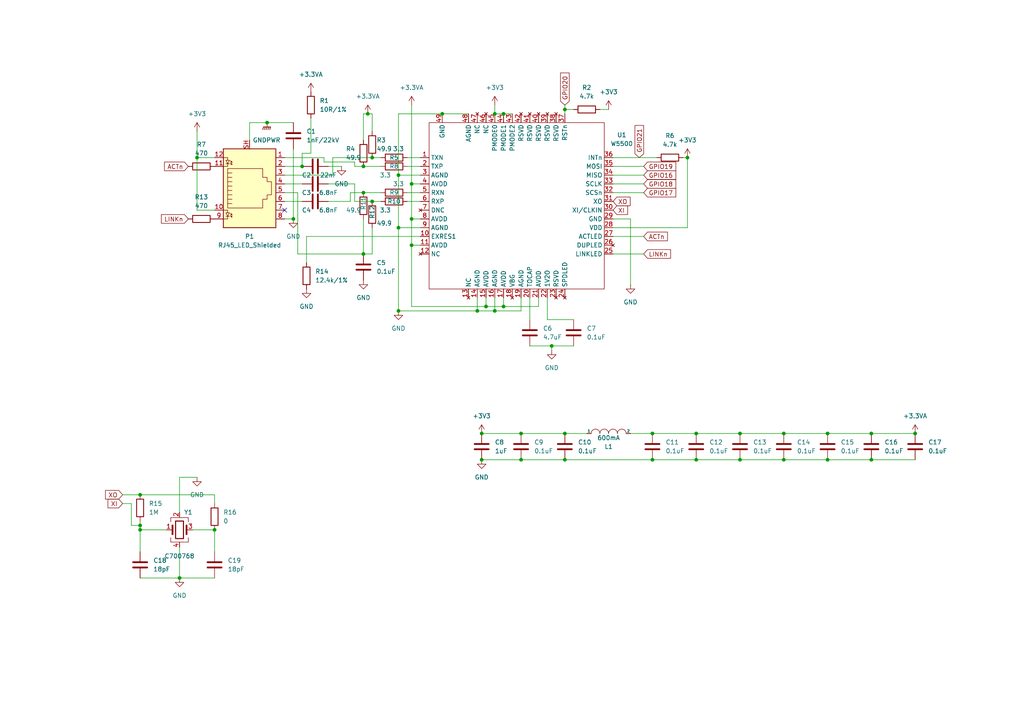
<source format=kicad_sch>
(kicad_sch (version 20211123) (generator eeschema)
  (paper "A4")
  (lib_symbols
    (symbol "01-rickbassham:W5500"
      (property "Reference" "U" (at -39.37 29.21 0))
      (property "Value" "W5500" (at -36.83 31.75 0))
      (symbol "W5500_0_1"
        (rectangle (start -25.4 24.13) (end 25.4 -24.13))
      )
      (symbol "W5500_1_1"
        (pin output line (at -27.94 13.97 0) (length 2.54) (name "TXN") (number "1"))
        (pin output line (at -27.94 -8.89 0) (length 2.54) (name "EXRES1") (number "10"))
        (pin output line (at -27.94 -11.43 0) (length 2.54) (name "AVDD") (number "11"))
        (pin no_connect line (at -27.94 -13.97 0) (length 2.54) (name "NC") (number "12"))
        (pin no_connect line (at -13.97 -26.67 90) (length 2.54) (name "NC") (number "13"))
        (pin output line (at -11.43 -26.67 90) (length 2.54) (name "AGND") (number "14"))
        (pin output line (at -8.89 -26.67 90) (length 2.54) (name "AVDD") (number "15"))
        (pin output line (at -6.35 -26.67 90) (length 2.54) (name "AGND") (number "16"))
        (pin output line (at -3.81 -26.67 90) (length 2.54) (name "AVDD") (number "17"))
        (pin no_connect line (at -1.27 -26.67 90) (length 2.54) (name "VBG") (number "18"))
        (pin output line (at 1.27 -26.67 90) (length 2.54) (name "AGND") (number "19"))
        (pin output line (at -27.94 11.43 0) (length 2.54) (name "TXP") (number "2"))
        (pin output line (at 3.81 -26.67 90) (length 2.54) (name "TOCAP") (number "20"))
        (pin output line (at 6.35 -26.67 90) (length 2.54) (name "AVDD") (number "21"))
        (pin output line (at 8.89 -26.67 90) (length 2.54) (name "1V2O") (number "22"))
        (pin no_connect line (at 11.43 -26.67 90) (length 2.54) (name "RSVD") (number "23"))
        (pin no_connect line (at 13.97 -26.67 90) (length 2.54) (name "SPDLED") (number "24"))
        (pin output line (at 27.94 -13.97 180) (length 2.54) (name "LINKLED") (number "25"))
        (pin no_connect line (at 27.94 -11.43 180) (length 2.54) (name "DUPLED") (number "26"))
        (pin output line (at 27.94 -8.89 180) (length 2.54) (name "ACTLED") (number "27"))
        (pin output line (at 27.94 -6.35 180) (length 2.54) (name "VDD") (number "28"))
        (pin output line (at 27.94 -3.81 180) (length 2.54) (name "GND") (number "29"))
        (pin output line (at -27.94 8.89 0) (length 2.54) (name "AGND") (number "3"))
        (pin output line (at 27.94 -1.27 180) (length 2.54) (name "XI/CLKIN") (number "30"))
        (pin output line (at 27.94 1.27 180) (length 2.54) (name "XO") (number "31"))
        (pin output line (at 27.94 3.81 180) (length 2.54) (name "SCSn") (number "32"))
        (pin output line (at 27.94 6.35 180) (length 2.54) (name "SCLK") (number "33"))
        (pin output line (at 27.94 8.89 180) (length 2.54) (name "MISO") (number "34"))
        (pin output line (at 27.94 11.43 180) (length 2.54) (name "MOSI") (number "35"))
        (pin output line (at 27.94 13.97 180) (length 2.54) (name "INTn") (number "36"))
        (pin output line (at 13.97 26.67 270) (length 2.54) (name "RSTn") (number "37"))
        (pin no_connect line (at 11.43 26.67 270) (length 2.54) (name "RSVD") (number "38"))
        (pin no_connect line (at 8.89 26.67 270) (length 2.54) (name "RSVD") (number "39"))
        (pin output line (at -27.94 6.35 0) (length 2.54) (name "AVDD") (number "4"))
        (pin no_connect line (at 6.35 26.67 270) (length 2.54) (name "RSVD") (number "40"))
        (pin no_connect line (at 3.81 26.67 270) (length 2.54) (name "RSVD") (number "41"))
        (pin no_connect line (at 1.27 26.67 270) (length 2.54) (name "RSVD") (number "42"))
        (pin output line (at -1.27 26.67 270) (length 2.54) (name "PMODE2") (number "43"))
        (pin output line (at -3.81 26.67 270) (length 2.54) (name "PMODE1") (number "44"))
        (pin output line (at -6.35 26.67 270) (length 2.54) (name "PMODE0") (number "45"))
        (pin no_connect line (at -8.89 26.67 270) (length 2.54) (name "NC") (number "46"))
        (pin no_connect line (at -11.43 26.67 270) (length 2.54) (name "NC") (number "47"))
        (pin output line (at -13.97 26.67 270) (length 2.54) (name "AGND") (number "48"))
        (pin output line (at -21.59 26.67 270) (length 2.54) (name "GND") (number "49"))
        (pin output line (at -27.94 3.81 0) (length 2.54) (name "RXN") (number "5"))
        (pin output line (at -27.94 1.27 0) (length 2.54) (name "RXP") (number "6"))
        (pin no_connect line (at -27.94 -1.27 0) (length 2.54) (name "DNC") (number "7"))
        (pin output line (at -27.94 -3.81 0) (length 2.54) (name "AVDD") (number "8"))
        (pin output line (at -27.94 -6.35 0) (length 2.54) (name "AGND") (number "9"))
      )
    )
    (symbol "Connector:RJ45_LED_Shielded" (pin_names (offset 1.016))
      (property "Reference" "J" (at -5.08 13.97 0))
      (property "Value" "RJ45_LED_Shielded" (at 1.27 13.97 0))
      (symbol "RJ45_LED_Shielded_0_1"
        (polyline (pts (xy -7.62 -7.62) (xy -6.35 -7.62)))
        (polyline (pts (xy -7.62 -5.08) (xy -6.35 -5.08)))
        (polyline (pts (xy -7.62 7.62) (xy -6.35 7.62)))
        (polyline (pts (xy -7.62 10.16) (xy -6.35 10.16)))
        (polyline (pts (xy -6.858 -5.842) (xy -5.842 -5.842)))
        (polyline (pts (xy -6.858 9.398) (xy -5.842 9.398)))
        (polyline (pts (xy -6.35 -7.62) (xy -6.35 -6.858)))
        (polyline (pts (xy -6.35 -5.08) (xy -6.35 -5.842)))
        (polyline (pts (xy -6.35 7.62) (xy -6.35 8.382)))
        (polyline (pts (xy -6.35 10.16) (xy -6.35 9.398)))
        (polyline (pts (xy -5.08 -6.223) (xy -5.207 -6.604)))
        (polyline (pts (xy -5.08 -5.588) (xy -5.207 -5.969)))
        (polyline (pts (xy -5.08 4.445) (xy -6.35 4.445)))
        (polyline (pts (xy -5.08 5.715) (xy -6.35 5.715)))
        (polyline (pts (xy -5.08 9.017) (xy -5.207 8.636)))
        (polyline (pts (xy -5.08 9.652) (xy -5.207 9.271)))
        (polyline (pts (xy -6.35 -3.175) (xy -5.08 -3.175) (xy -5.08 -3.175)))
        (polyline (pts (xy -6.35 -1.905) (xy -5.08 -1.905) (xy -5.08 -1.905)))
        (polyline (pts (xy -6.35 -0.635) (xy -5.08 -0.635) (xy -5.08 -0.635)))
        (polyline (pts (xy -6.35 0.635) (xy -5.08 0.635) (xy -5.08 0.635)))
        (polyline (pts (xy -6.35 1.905) (xy -5.08 1.905) (xy -5.08 1.905)))
        (polyline (pts (xy -5.588 -6.731) (xy -5.08 -6.223) (xy -5.461 -6.35)))
        (polyline (pts (xy -5.588 -6.096) (xy -5.08 -5.588) (xy -5.461 -5.715)))
        (polyline (pts (xy -5.588 8.509) (xy -5.08 9.017) (xy -5.461 8.89)))
        (polyline (pts (xy -5.588 9.144) (xy -5.08 9.652) (xy -5.461 9.525)))
        (polyline (pts (xy -5.08 3.175) (xy -6.35 3.175) (xy -6.35 3.175)))
        (polyline (pts (xy -6.35 -5.842) (xy -6.858 -6.858) (xy -5.842 -6.858) (xy -6.35 -5.842)))
        (polyline (pts (xy -6.35 9.398) (xy -6.858 8.382) (xy -5.842 8.382) (xy -6.35 9.398)))
        (polyline (pts (xy -6.35 -4.445) (xy -6.35 6.985) (xy 3.81 6.985) (xy 3.81 4.445) (xy 5.08 4.445) (xy 5.08 3.175) (xy 6.35 3.175) (xy 6.35 -0.635) (xy 5.08 -0.635) (xy 5.08 -1.905) (xy 3.81 -1.905) (xy 3.81 -4.445) (xy -6.35 -4.445) (xy -6.35 -4.445)))
        (rectangle (start 7.62 12.7) (end -7.62 -10.16) (stroke (width 0.254)) (fill (type background)))
      )
      (symbol "RJ45_LED_Shielded_1_1"
        (pin passive line (at 10.16 -7.62 180) (length 2.54) (name "~") (number "1"))
        (pin passive line (at -10.16 7.62 0) (length 2.54) (name "~") (number "10"))
        (pin passive line (at -10.16 -5.08 0) (length 2.54) (name "~") (number "11"))
        (pin passive line (at -10.16 -7.62 0) (length 2.54) (name "~") (number "12"))
        (pin passive line (at 10.16 -5.08 180) (length 2.54) (name "~") (number "2"))
        (pin passive line (at 10.16 -2.54 180) (length 2.54) (name "~") (number "3"))
        (pin passive line (at 10.16 0 180) (length 2.54) (name "~") (number "4"))
        (pin passive line (at 10.16 2.54 180) (length 2.54) (name "~") (number "5"))
        (pin passive line (at 10.16 5.08 180) (length 2.54) (name "~") (number "6"))
        (pin passive line (at 10.16 7.62 180) (length 2.54) (name "~") (number "7"))
        (pin passive line (at 10.16 10.16 180) (length 2.54) (name "~") (number "8"))
        (pin passive line (at -10.16 10.16 0) (length 2.54) (name "~") (number "9"))
        (pin passive line (at 0 -12.7 90) (length 2.54) (name "~") (number "SH"))
      )
    )
    (symbol "Device:C" (pin_numbers hide) (pin_names (offset 0.254))
      (property "Reference" "C" (at 0.635 2.54 0))
      (property "Value" "C" (at 0.635 -2.54 0))
      (symbol "C_0_1"
        (polyline (pts (xy -2.032 -0.762) (xy 2.032 -0.762)) (stroke (width 0.508)))
        (polyline (pts (xy -2.032 0.762) (xy 2.032 0.762)) (stroke (width 0.508)))
      )
      (symbol "C_1_1"
        (pin passive line (at 0 3.81 270) (length 2.794) (name "~") (number "1"))
        (pin passive line (at 0 -3.81 90) (length 2.794) (name "~") (number "2"))
      )
    )
    (symbol "Device:Crystal_GND24" (pin_names (offset 1.016) hide)
      (property "Reference" "Y" (at 3.175 5.08 0))
      (property "Value" "Crystal_GND24" (at 3.175 3.175 0))
      (symbol "Crystal_GND24_0_1"
        (rectangle (start -1.143 2.54) (end 1.143 -2.54) (stroke (width 0.3048)))
        (polyline (pts (xy -2.54 0) (xy -2.032 0)))
        (polyline (pts (xy -2.032 -1.27) (xy -2.032 1.27)) (stroke (width 0.508)))
        (polyline (pts (xy 0 -3.81) (xy 0 -3.556)))
        (polyline (pts (xy 0 3.556) (xy 0 3.81)))
        (polyline (pts (xy 2.032 -1.27) (xy 2.032 1.27)) (stroke (width 0.508)))
        (polyline (pts (xy 2.032 0) (xy 2.54 0)))
        (polyline (pts (xy -2.54 -2.286) (xy -2.54 -3.556) (xy 2.54 -3.556) (xy 2.54 -2.286)))
        (polyline (pts (xy -2.54 2.286) (xy -2.54 3.556) (xy 2.54 3.556) (xy 2.54 2.286)))
      )
      (symbol "Crystal_GND24_1_1"
        (pin passive line (at -3.81 0 0) (length 1.27) (name "1") (number "1"))
        (pin passive line (at 0 5.08 270) (length 1.27) (name "2") (number "2"))
        (pin passive line (at 3.81 0 180) (length 1.27) (name "3") (number "3"))
        (pin passive line (at 0 -5.08 90) (length 1.27) (name "4") (number "4"))
      )
    )
    (symbol "Device:R" (pin_numbers hide) (pin_names (offset 0))
      (property "Reference" "R" (at 2.032 0 90))
      (property "Value" "R" (at 0 0 90))
      (symbol "R_0_1"
        (rectangle (start -1.016 -2.54) (end 1.016 2.54) (stroke (width 0.254)))
      )
      (symbol "R_1_1"
        (pin passive line (at 0 3.81 270) (length 1.27) (name "~") (number "1"))
        (pin passive line (at 0 -3.81 90) (length 1.27) (name "~") (number "2"))
      )
    )
    (symbol "power:+3.3V" (power) (pin_names (offset 0))
      (property "Value" "+3.3V" (at 0 3.556 0))
      (symbol "+3.3V_0_1"
        (polyline (pts (xy -0.762 1.27) (xy 0 2.54)))
        (polyline (pts (xy 0 0) (xy 0 2.54)))
        (polyline (pts (xy 0 2.54) (xy 0.762 1.27)))
      )
      (symbol "+3.3V_1_1"
        (pin power_in line (at 0 0 90) (length 0) hide (name "+3V3") (number "1"))
      )
    )
    (symbol "power:+3.3VA" (power) (pin_names (offset 0))
      (property "Value" "+3.3VA" (at 0 3.556 0))
      (symbol "+3.3VA_0_1"
        (polyline (pts (xy -0.762 1.27) (xy 0 2.54)))
        (polyline (pts (xy 0 0) (xy 0 2.54)))
        (polyline (pts (xy 0 2.54) (xy 0.762 1.27)))
      )
      (symbol "+3.3VA_1_1"
        (pin power_in line (at 0 0 90) (length 0) hide (name "+3.3VA") (number "1"))
      )
    )
    (symbol "power:GND" (power) (pin_names (offset 0))
      (property "Value" "GND" (at 0 -3.81 0))
      (symbol "GND_0_1"
        (polyline (pts (xy 0 0) (xy 0 -1.27) (xy 1.27 -1.27) (xy 0 -2.54) (xy -1.27 -1.27) (xy 0 -1.27)))
      )
      (symbol "GND_1_1"
        (pin power_in line (at 0 0 270) (length 0) hide (name "GND") (number "1"))
      )
    )
    (symbol "power:GNDPWR" (power) (pin_names (offset 0))
      (property "Value" "GNDPWR" (at 0 -3.302 0))
      (symbol "GNDPWR_0_1"
        (polyline (pts (xy 0 -1.27) (xy 0 0)))
        (polyline (pts (xy -1.016 -1.27) (xy -1.27 -2.032) (xy -1.27 -2.032)) (stroke (width 0.2032)))
        (polyline (pts (xy -0.508 -1.27) (xy -0.762 -2.032) (xy -0.762 -2.032)) (stroke (width 0.2032)))
        (polyline (pts (xy 0 -1.27) (xy -0.254 -2.032) (xy -0.254 -2.032)) (stroke (width 0.2032)))
        (polyline (pts (xy 0.508 -1.27) (xy 0.254 -2.032) (xy 0.254 -2.032)) (stroke (width 0.2032)))
        (polyline (pts (xy 1.016 -1.27) (xy -1.016 -1.27) (xy -1.016 -1.27)) (stroke (width 0.2032)))
        (polyline (pts (xy 1.016 -1.27) (xy 0.762 -2.032) (xy 0.762 -2.032) (xy 0.762 -2.032)) (stroke (width 0.2032)))
      )
      (symbol "GNDPWR_1_1"
        (pin power_in line (at 0 0 270) (length 0) hide (name "GNDPWR") (number "1"))
      )
    )
    (symbol "pspice:INDUCTOR" (pin_numbers hide) (pin_names (offset 0))
      (property "Reference" "L" (at 0 2.54 0))
      (property "Value" "INDUCTOR" (at 0 -1.27 0))
      (symbol "INDUCTOR_0_1"
        (arc (start -2.54 0) (mid -3.81 1.27) (end -5.08 0))
        (arc (start 0 0) (mid -1.27 1.27) (end -2.54 0))
        (arc (start 2.54 0) (mid 1.27 1.27) (end 0 0))
        (arc (start 5.08 0) (mid 3.81 1.27) (end 2.54 0))
      )
      (symbol "INDUCTOR_1_1"
        (pin input line (at -6.35 0 0) (length 1.27) (name "1") (number "1"))
        (pin input line (at 6.35 0 180) (length 1.27) (name "2") (number "2"))
      )
    )
  )
  (junction (at 77.47 35.56))
  (junction (at 106.68 33.02))
  (junction (at 128.27 33.02))
  (junction (at 40.64 152.4))
  (junction (at 85.09 63.5))
  (junction (at 140.97 88.9))
  (junction (at 57.15 45.72))
  (junction (at 119.38 63.5))
  (junction (at 151.13 133.35))
  (junction (at 252.73 125.73))
  (junction (at 201.93 125.73))
  (junction (at 87.63 48.26))
  (junction (at 40.64 143.51))
  (junction (at 160.02 100.33))
  (junction (at 119.38 71.12))
  (junction (at 240.03 133.35))
  (junction (at 139.7 125.73))
  (junction (at 139.7 133.35))
  (junction (at 227.33 133.35))
  (junction (at 163.83 133.35))
  (junction (at 214.63 133.35))
  (junction (at 146.05 88.9))
  (junction (at 265.43 125.73))
  (junction (at 107.95 58.42))
  (junction (at 105.41 73.66))
  (junction (at 227.33 125.73))
  (junction (at 107.95 45.72))
  (junction (at 62.23 153.67))
  (junction (at 115.57 50.8))
  (junction (at 240.03 125.73))
  (junction (at 40.64 153.67))
  (junction (at 115.57 90.17))
  (junction (at 163.83 31.75))
  (junction (at 146.05 33.02))
  (junction (at 143.51 33.02))
  (junction (at 199.39 45.72))
  (junction (at 189.23 125.73))
  (junction (at 252.73 133.35))
  (junction (at 105.41 48.26))
  (junction (at 119.38 53.34))
  (junction (at 214.63 125.73))
  (junction (at 189.23 133.35))
  (junction (at 143.51 90.17))
  (junction (at 151.13 125.73))
  (junction (at 115.57 66.04))
  (junction (at 52.07 167.64))
  (junction (at 163.83 125.73))
  (junction (at 201.93 133.35))
  (junction (at 138.43 90.17))
  (junction (at 105.41 55.88))
  (no_connect (at 82.55 60.96))
  (wire (pts (xy 177.8 53.34) (xy 186.69 53.34)))
  (wire (pts (xy 118.11 55.88) (xy 121.92 55.88)))
  (wire (pts (xy 82.55 50.8) (xy 96.52 50.8)))
  (wire (pts (xy 201.93 125.73) (xy 214.63 125.73)))
  (wire (pts (xy 252.73 125.73) (xy 265.43 125.73)))
  (wire (pts (xy 156.21 88.9) (xy 146.05 88.9)))
  (wire (pts (xy 87.63 44.45) (xy 87.63 48.26)))
  (wire (pts (xy 186.69 48.26) (xy 177.8 48.26)))
  (wire (pts (xy 119.38 88.9) (xy 140.97 88.9)))
  (wire (pts (xy 143.51 33.02) (xy 146.05 33.02)))
  (wire (pts (xy 88.9 76.2) (xy 88.9 68.58)))
  (wire (pts (xy 146.05 86.36) (xy 146.05 88.9)))
  (wire (pts (xy 163.83 30.48) (xy 163.83 31.75)))
  (wire (pts (xy 160.02 101.6) (xy 160.02 100.33)))
  (wire (pts (xy 177.8 73.66) (xy 186.69 73.66)))
  (wire (pts (xy 77.47 35.56) (xy 72.39 35.56)))
  (wire (pts (xy 146.05 33.02) (xy 148.59 33.02)))
  (wire (pts (xy 158.75 86.36) (xy 158.75 92.71)))
  (wire (pts (xy 55.88 153.67) (xy 62.23 153.67)))
  (wire (pts (xy 105.41 48.26) (xy 110.49 48.26)))
  (wire (pts (xy 115.57 50.8) (xy 115.57 66.04)))
  (wire (pts (xy 57.15 38.1) (xy 57.15 45.72)))
  (wire (pts (xy 105.41 63.5) (xy 105.41 73.66)))
  (wire (pts (xy 186.69 68.58) (xy 177.8 68.58)))
  (wire (pts (xy 118.11 58.42) (xy 121.92 58.42)))
  (wire (pts (xy 156.21 86.36) (xy 156.21 88.9)))
  (wire (pts (xy 96.52 45.72) (xy 107.95 45.72)))
  (wire (pts (xy 177.8 66.04) (xy 199.39 66.04)))
  (wire (pts (xy 102.87 53.34) (xy 102.87 58.42)))
  (wire (pts (xy 85.09 63.5) (xy 82.55 63.5)))
  (wire (pts (xy 163.83 125.73) (xy 170.18 125.73)))
  (wire (pts (xy 40.64 152.4) (xy 40.64 153.67)))
  (wire (pts (xy 105.41 33.02) (xy 106.68 33.02)))
  (wire (pts (xy 151.13 133.35) (xy 163.83 133.35)))
  (wire (pts (xy 153.67 86.36) (xy 153.67 92.71)))
  (wire (pts (xy 93.98 45.72) (xy 93.98 46.99)))
  (wire (pts (xy 214.63 133.35) (xy 227.33 133.35)))
  (wire (pts (xy 52.07 158.75) (xy 52.07 167.64)))
  (wire (pts (xy 118.11 45.72) (xy 121.92 45.72)))
  (wire (pts (xy 35.56 143.51) (xy 40.64 143.51)))
  (wire (pts (xy 101.6 58.42) (xy 101.6 55.88)))
  (wire (pts (xy 139.7 133.35) (xy 151.13 133.35)))
  (wire (pts (xy 82.55 48.26) (xy 87.63 48.26)))
  (wire (pts (xy 95.25 58.42) (xy 101.6 58.42)))
  (wire (pts (xy 138.43 90.17) (xy 143.51 90.17)))
  (wire (pts (xy 102.87 46.99) (xy 102.87 48.26)))
  (wire (pts (xy 95.25 48.26) (xy 99.06 48.26)))
  (wire (pts (xy 128.27 33.02) (xy 115.57 33.02)))
  (wire (pts (xy 151.13 90.17) (xy 143.51 90.17)))
  (wire (pts (xy 119.38 30.48) (xy 119.38 53.34)))
  (wire (pts (xy 52.07 138.43) (xy 57.15 138.43)))
  (wire (pts (xy 115.57 66.04) (xy 121.92 66.04)))
  (wire (pts (xy 252.73 133.35) (xy 265.43 133.35)))
  (wire (pts (xy 121.92 63.5) (xy 119.38 63.5)))
  (wire (pts (xy 199.39 66.04) (xy 199.39 45.72)))
  (wire (pts (xy 38.1 146.05) (xy 38.1 152.4)))
  (wire (pts (xy 107.95 66.04) (xy 107.95 73.66)))
  (wire (pts (xy 153.67 100.33) (xy 160.02 100.33)))
  (wire (pts (xy 85.09 43.18) (xy 85.09 63.5)))
  (wire (pts (xy 240.03 133.35) (xy 252.73 133.35)))
  (wire (pts (xy 214.63 125.73) (xy 227.33 125.73)))
  (wire (pts (xy 119.38 71.12) (xy 119.38 63.5)))
  (wire (pts (xy 107.95 45.72) (xy 110.49 45.72)))
  (wire (pts (xy 139.7 125.73) (xy 151.13 125.73)))
  (wire (pts (xy 88.9 68.58) (xy 121.92 68.58)))
  (wire (pts (xy 107.95 33.02) (xy 106.68 33.02)))
  (wire (pts (xy 86.36 73.66) (xy 105.41 73.66)))
  (wire (pts (xy 119.38 88.9) (xy 119.38 71.12)))
  (wire (pts (xy 118.11 48.26) (xy 121.92 48.26)))
  (wire (pts (xy 86.36 55.88) (xy 86.36 73.66)))
  (wire (pts (xy 102.87 58.42) (xy 107.95 58.42)))
  (wire (pts (xy 163.83 133.35) (xy 189.23 133.35)))
  (wire (pts (xy 177.8 50.8) (xy 186.69 50.8)))
  (wire (pts (xy 90.17 44.45) (xy 87.63 44.45)))
  (wire (pts (xy 138.43 86.36) (xy 138.43 90.17)))
  (wire (pts (xy 119.38 63.5) (xy 119.38 53.34)))
  (wire (pts (xy 140.97 86.36) (xy 140.97 88.9)))
  (wire (pts (xy 189.23 133.35) (xy 201.93 133.35)))
  (wire (pts (xy 57.15 45.72) (xy 62.23 45.72)))
  (wire (pts (xy 177.8 55.88) (xy 186.69 55.88)))
  (wire (pts (xy 240.03 125.73) (xy 252.73 125.73)))
  (wire (pts (xy 107.95 58.42) (xy 110.49 58.42)))
  (wire (pts (xy 177.8 45.72) (xy 190.5 45.72)))
  (wire (pts (xy 128.27 33.02) (xy 135.89 33.02)))
  (wire (pts (xy 62.23 146.05) (xy 62.23 143.51)))
  (wire (pts (xy 40.64 153.67) (xy 40.64 160.02)))
  (wire (pts (xy 82.55 53.34) (xy 87.63 53.34)))
  (wire (pts (xy 62.23 143.51) (xy 40.64 143.51)))
  (wire (pts (xy 93.98 46.99) (xy 102.87 46.99)))
  (wire (pts (xy 163.83 31.75) (xy 163.83 33.02)))
  (wire (pts (xy 107.95 73.66) (xy 105.41 73.66)))
  (wire (pts (xy 57.15 45.72) (xy 57.15 60.96)))
  (wire (pts (xy 62.23 60.96) (xy 57.15 60.96)))
  (wire (pts (xy 82.55 45.72) (xy 93.98 45.72)))
  (wire (pts (xy 115.57 33.02) (xy 115.57 50.8)))
  (wire (pts (xy 201.93 133.35) (xy 214.63 133.35)))
  (wire (pts (xy 189.23 125.73) (xy 201.93 125.73)))
  (wire (pts (xy 105.41 40.64) (xy 105.41 33.02)))
  (wire (pts (xy 160.02 100.33) (xy 166.37 100.33)))
  (wire (pts (xy 151.13 86.36) (xy 151.13 90.17)))
  (wire (pts (xy 119.38 71.12) (xy 121.92 71.12)))
  (wire (pts (xy 62.23 153.67) (xy 62.23 160.02)))
  (wire (pts (xy 158.75 92.71) (xy 166.37 92.71)))
  (wire (pts (xy 182.88 125.73) (xy 189.23 125.73)))
  (wire (pts (xy 115.57 90.17) (xy 138.43 90.17)))
  (wire (pts (xy 105.41 55.88) (xy 110.49 55.88)))
  (wire (pts (xy 143.51 86.36) (xy 143.51 90.17)))
  (wire (pts (xy 82.55 55.88) (xy 86.36 55.88)))
  (wire (pts (xy 101.6 55.88) (xy 105.41 55.88)))
  (wire (pts (xy 35.56 146.05) (xy 38.1 146.05)))
  (wire (pts (xy 90.17 34.29) (xy 90.17 44.45)))
  (wire (pts (xy 40.64 167.64) (xy 52.07 167.64)))
  (wire (pts (xy 119.38 53.34) (xy 121.92 53.34)))
  (wire (pts (xy 48.26 153.67) (xy 40.64 153.67)))
  (wire (pts (xy 227.33 125.73) (xy 240.03 125.73)))
  (wire (pts (xy 40.64 151.13) (xy 40.64 152.4)))
  (wire (pts (xy 52.07 148.59) (xy 52.07 138.43)))
  (wire (pts (xy 96.52 50.8) (xy 96.52 45.72)))
  (wire (pts (xy 107.95 38.1) (xy 107.95 33.02)))
  (wire (pts (xy 102.87 48.26) (xy 105.41 48.26)))
  (wire (pts (xy 198.12 45.72) (xy 199.39 45.72)))
  (wire (pts (xy 227.33 133.35) (xy 240.03 133.35)))
  (wire (pts (xy 77.47 35.56) (xy 85.09 35.56)))
  (wire (pts (xy 140.97 88.9) (xy 146.05 88.9)))
  (wire (pts (xy 95.25 53.34) (xy 102.87 53.34)))
  (wire (pts (xy 38.1 152.4) (xy 40.64 152.4)))
  (wire (pts (xy 177.8 63.5) (xy 182.88 63.5)))
  (wire (pts (xy 151.13 125.73) (xy 163.83 125.73)))
  (wire (pts (xy 115.57 66.04) (xy 115.57 90.17)))
  (wire (pts (xy 115.57 50.8) (xy 121.92 50.8)))
  (wire (pts (xy 182.88 63.5) (xy 182.88 82.55)))
  (wire (pts (xy 82.55 58.42) (xy 87.63 58.42)))
  (wire (pts (xy 143.51 30.48) (xy 143.51 33.02)))
  (wire (pts (xy 176.53 31.75) (xy 173.99 31.75)))
  (wire (pts (xy 72.39 35.56) (xy 72.39 40.64)))
  (wire (pts (xy 166.37 31.75) (xy 163.83 31.75)))
  (wire (pts (xy 52.07 167.64) (xy 62.23 167.64)))
  (global_label "XO" (shape input) (at 35.56 143.51 180) (property "Intersheet References" "${INTERSHEET_REFS}" (effects hide)))
  (global_label "GPIO19" (shape input) (at 186.69 48.26 0) (property "Intersheet References" "${INTERSHEET_REFS}" (effects hide)))
  (global_label "GPIO20" (shape input) (at 163.83 30.48 90) (property "Intersheet References" "${INTERSHEET_REFS}" (effects hide)))
  (global_label "ACTn" (shape input) (at 186.69 68.58 0) (property "Intersheet References" "${INTERSHEET_REFS}" (effects hide)))
  (global_label "XO" (shape input) (at 177.8 58.42 0) (property "Intersheet References" "${INTERSHEET_REFS}" (effects hide)))
  (global_label "LINKn" (shape input) (at 186.69 73.66 0) (property "Intersheet References" "${INTERSHEET_REFS}" (effects hide)))
  (global_label "XI" (shape input) (at 177.8 60.96 0) (property "Intersheet References" "${INTERSHEET_REFS}" (effects hide)))
  (global_label "LINKn" (shape input) (at 54.61 63.5 180) (property "Intersheet References" "${INTERSHEET_REFS}" (effects hide)))
  (global_label "GPIO17" (shape input) (at 186.69 55.88 0) (property "Intersheet References" "${INTERSHEET_REFS}" (effects hide)))
  (global_label "GPIO21" (shape input) (at 185.42 45.72 90) (property "Intersheet References" "${INTERSHEET_REFS}" (effects hide)))
  (global_label "GPIO18" (shape input) (at 186.69 53.34 0) (property "Intersheet References" "${INTERSHEET_REFS}" (effects hide)))
  (global_label "GPIO16" (shape input) (at 186.69 50.8 0) (property "Intersheet References" "${INTERSHEET_REFS}" (effects hide)))
  (global_label "XI" (shape input) (at 35.56 146.05 180) (property "Intersheet References" "${INTERSHEET_REFS}" (effects hide)))
  (global_label "ACTn" (shape input) (at 54.61 48.26 180) (property "Intersheet References" "${INTERSHEET_REFS}" (effects hide)))
  (symbol (lib_id "Device:C") (at 252.73 129.54 0) (unit 1)
    (property "Reference" "C16" (at 256.54 128.2699 0) (effects (justify left)))
    (property "Value" "0.1uF" (at 256.54 130.8099 0) (effects (justify left)))
    (property "Footprint" "Capacitor_SMD:C_0402_1005Metric" (effects hide))
    (property "LCSC" "C1525" (effects hide))
  )
  (symbol (lib_id "Device:Crystal_GND24") (at 52.07 153.67 0) (unit 1)
    (property "Reference" "Y1" (at 54.61 148.59 0))
    (property "Value" "C700768" (at 52.07 161.29 0))
    (property "Footprint" "Crystal:Crystal_SMD_3225-4Pin_3.2x2.5mm" (effects hide))
    (property "LCSC" "C700768" (effects hide))
  )
  (symbol (lib_id "Device:C") (at 201.93 129.54 0) (unit 1)
    (property "Reference" "C12" (at 205.74 128.2699 0) (effects (justify left)))
    (property "Value" "0.1uF" (at 205.74 130.8099 0) (effects (justify left)))
    (property "Footprint" "Capacitor_SMD:C_0402_1005Metric" (effects hide))
    (property "LCSC" "C1525" (effects hide))
  )
  (symbol (lib_id "Device:R") (at 114.3 58.42 90) (unit 1)
    (property "Reference" "R10" (at 114.3 58.42 90))
    (property "Value" "3.3" (at 111.76 60.96 90))
    (property "Footprint" "Resistor_SMD:R_0402_1005Metric" (effects hide))
    (property "LCSC" "C270612" (effects hide))
    (property "lcsc" "C270612" (effects hide))
  )
  (symbol (lib_id "Device:R") (at 194.31 45.72 270) (unit 1)
    (property "Reference" "R6" (at 194.31 39.37 90))
    (property "Value" "4.7k" (at 194.31 41.91 90))
    (property "Footprint" "Resistor_SMD:R_0402_1005Metric" (effects hide))
    (property "LCSC" "C25900" (effects hide))
  )
  (symbol (lib_id "power:GND") (at 88.9 83.82 0) (unit 1)
    (property "Reference" "#PWR013" (effects hide))
    (property "Value" "GND" (at 88.9 88.9 0))
  )
  (symbol (lib_id "Device:C") (at 105.41 77.47 0) (unit 1)
    (property "Reference" "C5" (at 109.22 76.1999 0) (effects (justify left)))
    (property "Value" "0.1uF" (at 109.22 78.7399 0) (effects (justify left)))
    (property "Footprint" "Capacitor_SMD:C_0402_1005Metric" (effects hide))
    (property "LCSC" "C1525" (effects hide))
  )
  (symbol (lib_id "Device:R") (at 62.23 149.86 180) (unit 1)
    (property "Reference" "R16" (at 64.77 148.5899 0) (effects (justify right)))
    (property "Value" "0" (at 64.77 151.1299 0) (effects (justify right)))
    (property "Footprint" "Resistor_SMD:R_0402_1005Metric" (effects hide))
    (property "LCSC" "C17168" (effects hide))
  )
  (symbol (lib_id "power:+3.3V") (at 143.51 30.48 0) (unit 1)
    (property "Reference" "#PWR03" (effects hide))
    (property "Value" "+3.3V" (at 143.51 25.4 0))
  )
  (symbol (lib_id "Device:R") (at 114.3 45.72 90) (unit 1)
    (property "Reference" "R5" (at 114.3 45.72 90))
    (property "Value" "3.3" (at 115.57 43.18 90))
    (property "Footprint" "Resistor_SMD:R_0402_1005Metric" (effects hide))
    (property "LCSC" "C270612" (effects hide))
    (property "lcsc" "C270612" (effects hide))
  )
  (symbol (lib_id "power:+3.3VA") (at 90.17 26.67 0) (unit 1)
    (property "Reference" "#PWR01" (effects hide))
    (property "Value" "+3.3VA" (at 90.17 21.59 0))
  )
  (symbol (lib_id "power:+3.3VA") (at 106.68 33.02 0) (unit 1)
    (property "Reference" "#PWR05" (effects hide))
    (property "Value" "+3.3VA" (at 106.68 27.94 0))
  )
  (symbol (lib_id "Device:R") (at 90.17 30.48 180) (unit 1)
    (property "Reference" "R1" (at 92.71 29.2099 0) (effects (justify right)))
    (property "Value" "10R/1%" (at 92.71 31.7499 0) (effects (justify right)))
    (property "Footprint" "Resistor_SMD:R_0402_1005Metric" (effects hide))
    (property "LCSC" "C25077" (effects hide))
  )
  (symbol (lib_id "power:GND") (at 139.7 133.35 0) (unit 1)
    (property "Reference" "#PWR018" (effects hide))
    (property "Value" "GND" (at 139.7 138.43 0))
  )
  (symbol (lib_id "01-rickbassham:W5500") (at 149.86 59.69 0) (unit 1)
    (property "Reference" "U1" (at 180.34 39.1412 0))
    (property "Value" "W5500" (at 180.34 41.6812 0))
    (property "Footprint" "Package_QFP:LQFP-48-1EP_7x7mm_P0.5mm_EP3.6x3.6mm" (effects hide))
    (property "LCSC" "C32843" (effects hide))
  )
  (symbol (lib_id "pspice:INDUCTOR") (at 176.53 125.73 0) (unit 1)
    (property "Reference" "L1" (at 176.53 129.54 0))
    (property "Value" "600mA" (at 176.53 127 0))
    (property "Footprint" "Inductor_SMD:L_0603_1608Metric" (effects hide))
    (property "LCSC" "C280478" (effects hide))
  )
  (symbol (lib_id "Device:R") (at 107.95 62.23 180) (unit 1)
    (property "Reference" "R12" (at 107.95 63.5 90) (effects (justify right)))
    (property "Value" "49.9" (at 109.22 64.77 0) (effects (justify right)))
    (property "Footprint" "Resistor_SMD:R_0402_1005Metric" (effects hide))
    (property "LCSC" "C25120" (effects hide))
  )
  (symbol (lib_id "power:GNDPWR") (at 77.47 35.56 0) (unit 1)
    (property "Reference" "#PWR06" (effects hide))
    (property "Value" "GNDPWR" (at 77.343 40.64 0))
  )
  (symbol (lib_id "power:+3.3VA") (at 265.43 125.73 0) (unit 1)
    (property "Reference" "#PWR017" (effects hide))
    (property "Value" "+3.3VA" (at 265.43 120.65 0))
  )
  (symbol (lib_id "Device:C") (at 40.64 163.83 0) (unit 1)
    (property "Reference" "C18" (at 44.45 162.5599 0) (effects (justify left)))
    (property "Value" "18pF" (at 44.45 165.0999 0) (effects (justify left)))
    (property "Footprint" "Capacitor_SMD:C_0402_1005Metric" (effects hide))
    (property "LCSC" "C1549" (effects hide))
  )
  (symbol (lib_id "Device:C") (at 240.03 129.54 0) (unit 1)
    (property "Reference" "C15" (at 243.84 128.2699 0) (effects (justify left)))
    (property "Value" "0.1uF" (at 243.84 130.8099 0) (effects (justify left)))
    (property "Footprint" "Capacitor_SMD:C_0402_1005Metric" (effects hide))
    (property "LCSC" "C1525" (effects hide))
  )
  (symbol (lib_id "Device:C") (at 139.7 129.54 0) (unit 1)
    (property "Reference" "C8" (at 143.51 128.2699 0) (effects (justify left)))
    (property "Value" "1uF" (at 143.51 130.8099 0) (effects (justify left)))
    (property "Footprint" "Capacitor_SMD:C_0402_1005Metric" (effects hide))
    (property "LCSC" "C52923" (effects hide))
  )
  (symbol (lib_id "Device:C") (at 62.23 163.83 0) (unit 1)
    (property "Reference" "C19" (at 66.04 162.5599 0) (effects (justify left)))
    (property "Value" "18pF" (at 66.04 165.0999 0) (effects (justify left)))
    (property "Footprint" "Capacitor_SMD:C_0402_1005Metric" (effects hide))
    (property "LCSC" "C1549" (effects hide))
  )
  (symbol (lib_id "Device:C") (at 163.83 129.54 0) (unit 1)
    (property "Reference" "C10" (at 167.64 128.2699 0) (effects (justify left)))
    (property "Value" "0.1uF" (at 167.64 130.8099 0) (effects (justify left)))
    (property "Footprint" "Capacitor_SMD:C_0402_1005Metric" (effects hide))
    (property "LCSC" "C1525" (effects hide))
  )
  (symbol (lib_id "Device:R") (at 58.42 48.26 90) (unit 1)
    (property "Reference" "R7" (at 58.42 41.91 90))
    (property "Value" "470" (at 58.42 44.45 90))
    (property "Footprint" "Resistor_SMD:R_0402_1005Metric" (effects hide))
    (property "LCSC" "C25117" (effects hide))
  )
  (symbol (lib_id "Device:C") (at 166.37 96.52 0) (unit 1)
    (property "Reference" "C7" (at 170.18 95.2499 0) (effects (justify left)))
    (property "Value" "0.1uF" (at 170.18 97.7899 0) (effects (justify left)))
    (property "Footprint" "Capacitor_SMD:C_0402_1005Metric" (effects hide))
    (property "LCSC" "C1525" (effects hide))
  )
  (symbol (lib_id "Device:C") (at 214.63 129.54 0) (unit 1)
    (property "Reference" "C13" (at 218.44 128.2699 0) (effects (justify left)))
    (property "Value" "0.1uF" (at 218.44 130.8099 0) (effects (justify left)))
    (property "Footprint" "Capacitor_SMD:C_0402_1005Metric" (effects hide))
    (property "LCSC" "C1525" (effects hide))
  )
  (symbol (lib_id "Device:C") (at 265.43 129.54 0) (unit 1)
    (property "Reference" "C17" (at 269.24 128.2699 0) (effects (justify left)))
    (property "Value" "0.1uF" (at 269.24 130.8099 0) (effects (justify left)))
    (property "Footprint" "Capacitor_SMD:C_0402_1005Metric" (effects hide))
    (property "LCSC" "C1525" (effects hide))
  )
  (symbol (lib_id "Device:R") (at 170.18 31.75 270) (unit 1)
    (property "Reference" "R2" (at 170.18 25.4 90))
    (property "Value" "4.7k" (at 170.18 27.94 90))
    (property "Footprint" "Resistor_SMD:R_0402_1005Metric" (effects hide))
    (property "LCSC" "C25900" (effects hide))
  )
  (symbol (lib_id "Device:C") (at 189.23 129.54 0) (unit 1)
    (property "Reference" "C11" (at 193.04 128.2699 0) (effects (justify left)))
    (property "Value" "0.1uF" (at 193.04 130.8099 0) (effects (justify left)))
    (property "Footprint" "Capacitor_SMD:C_0402_1005Metric" (effects hide))
    (property "LCSC" "C1525" (effects hide))
  )
  (symbol (lib_id "Device:R") (at 88.9 80.01 180) (unit 1)
    (property "Reference" "R14" (at 91.44 78.7399 0) (effects (justify right)))
    (property "Value" "12.4k/1%" (at 91.44 81.2799 0) (effects (justify right)))
    (property "Footprint" "Resistor_SMD:R_0402_1005Metric" (effects hide))
    (property "LCSC" "C11692" (effects hide))
    (property "lcsc" "C11692" (effects hide))
  )
  (symbol (lib_id "Device:R") (at 105.41 44.45 180) (unit 1)
    (property "Reference" "R4" (at 100.33 43.18 0) (effects (justify right)))
    (property "Value" "49.9" (at 100.33 45.72 0) (effects (justify right)))
    (property "Footprint" "Resistor_SMD:R_0402_1005Metric" (effects hide))
    (property "LCSC" "C25120" (effects hide))
  )
  (symbol (lib_id "power:GND") (at 99.06 48.26 0) (unit 1)
    (property "Reference" "#PWR09" (effects hide))
    (property "Value" "GND" (at 99.06 53.34 0))
  )
  (symbol (lib_id "power:GND") (at 182.88 82.55 0) (unit 1)
    (property "Reference" "#PWR012" (effects hide))
    (property "Value" "GND" (at 182.88 87.63 0))
  )
  (symbol (lib_id "power:GND") (at 115.57 90.17 0) (unit 1)
    (property "Reference" "#PWR014" (effects hide))
    (property "Value" "GND" (at 115.57 95.25 0))
  )
  (symbol (lib_id "Device:C") (at 91.44 53.34 90) (unit 1)
    (property "Reference" "C3" (at 88.9 55.88 90))
    (property "Value" "6.8nF" (at 95.25 55.88 90))
    (property "Footprint" "Capacitor_SMD:C_0402_1005Metric" (effects hide))
    (property "LCSC" "C1542" (effects hide))
  )
  (symbol (lib_id "power:GND") (at 160.02 101.6 0) (unit 1)
    (property "Reference" "#PWR015" (effects hide))
    (property "Value" "GND" (at 160.02 106.68 0))
  )
  (symbol (lib_id "power:+3.3VA") (at 119.38 30.48 0) (unit 1)
    (property "Reference" "#PWR02" (effects hide))
    (property "Value" "+3.3VA" (at 119.38 25.4 0))
  )
  (symbol (lib_id "Device:R") (at 58.42 63.5 90) (unit 1)
    (property "Reference" "R13" (at 58.42 57.15 90))
    (property "Value" "470" (at 58.42 59.69 90))
    (property "Footprint" "Resistor_SMD:R_0402_1005Metric" (effects hide))
    (property "LCSC" "C25117" (effects hide))
  )
  (symbol (lib_id "Device:R") (at 114.3 48.26 90) (unit 1)
    (property "Reference" "R8" (at 114.3 48.26 90))
    (property "Value" "3.3" (at 111.76 50.8 90))
    (property "Footprint" "Resistor_SMD:R_0402_1005Metric" (effects hide))
    (property "LCSC" "C270612" (effects hide))
    (property "lcsc" "C270612" (effects hide))
  )
  (symbol (lib_id "Device:C") (at 91.44 58.42 90) (unit 1)
    (property "Reference" "C4" (at 88.9 60.96 90))
    (property "Value" "6.8nF" (at 95.25 60.96 90))
    (property "Footprint" "Capacitor_SMD:C_0402_1005Metric" (effects hide))
    (property "LCSC" "C1542" (effects hide))
  )
  (symbol (lib_id "power:GND") (at 52.07 167.64 0) (unit 1)
    (property "Reference" "#PWR020" (effects hide))
    (property "Value" "GND" (at 52.07 172.72 0))
  )
  (symbol (lib_id "power:+3.3V") (at 176.53 31.75 0) (unit 1)
    (property "Reference" "#PWR04" (effects hide))
    (property "Value" "+3.3V" (at 176.53 26.67 0))
  )
  (symbol (lib_id "Device:C") (at 85.09 39.37 0) (unit 1)
    (property "Reference" "C1" (at 88.9 38.0999 0) (effects (justify left)))
    (property "Value" "1nF/22kV" (at 88.9 40.6399 0) (effects (justify left)))
    (property "Footprint" "Capacitor_SMD:C_1812_4532Metric" (effects hide))
    (property "LCSC" "C304032" (effects hide))
  )
  (symbol (lib_id "power:GND") (at 57.15 138.43 0) (unit 1)
    (property "Reference" "#PWR019" (effects hide))
    (property "Value" "GND" (at 57.15 143.51 0))
  )
  (symbol (lib_id "Device:R") (at 107.95 41.91 180) (unit 1)
    (property "Reference" "R3" (at 109.22 40.64 0) (effects (justify right)))
    (property "Value" "49.9" (at 109.22 43.18 0) (effects (justify right)))
    (property "Footprint" "Resistor_SMD:R_0402_1005Metric" (effects hide))
    (property "LCSC" "C25120" (effects hide))
  )
  (symbol (lib_id "power:GND") (at 85.09 63.5 0) (unit 1)
    (property "Reference" "#PWR010" (effects hide))
    (property "Value" "GND" (at 85.09 68.58 0))
  )
  (symbol (lib_id "Device:R") (at 105.41 59.69 180) (unit 1)
    (property "Reference" "R11" (at 105.41 60.96 90) (effects (justify right)))
    (property "Value" "49.9" (at 100.33 60.96 0) (effects (justify right)))
    (property "Footprint" "Resistor_SMD:R_0402_1005Metric" (effects hide))
    (property "LCSC" "C25120" (effects hide))
  )
  (symbol (lib_id "Connector:RJ45_LED_Shielded") (at 72.39 53.34 0) (mirror x) (unit 1)
    (property "Reference" "P1" (at 72.39 68.58 0))
    (property "Value" "RJ45_LED_Shielded" (at 72.39 71.12 0))
    (property "Footprint" "01-rickbassham:J1B1211CCD" (effects hide))
    (property "Manufacturer PN" "J1B1211CCD" (effects hide))
    (property "LCSC" "C910371" (effects hide))
  )
  (symbol (lib_id "Device:C") (at 151.13 129.54 0) (unit 1)
    (property "Reference" "C9" (at 154.94 128.2699 0) (effects (justify left)))
    (property "Value" "0.1uF" (at 154.94 130.8099 0) (effects (justify left)))
    (property "Footprint" "Capacitor_SMD:C_0402_1005Metric" (effects hide))
    (property "LCSC" "C1525" (effects hide))
  )
  (symbol (lib_id "power:GND") (at 105.41 81.28 0) (unit 1)
    (property "Reference" "#PWR011" (effects hide))
    (property "Value" "GND" (at 105.41 86.36 0))
  )
  (symbol (lib_id "power:+3.3V") (at 139.7 125.73 0) (unit 1)
    (property "Reference" "#PWR016" (effects hide))
    (property "Value" "+3.3V" (at 139.7 120.65 0))
  )
  (symbol (lib_id "power:+3.3V") (at 57.15 38.1 0) (unit 1)
    (property "Reference" "#PWR07" (effects hide))
    (property "Value" "+3.3V" (at 57.15 33.02 0))
  )
  (symbol (lib_id "power:+3.3V") (at 199.39 45.72 0) (unit 1)
    (property "Reference" "#PWR08" (effects hide))
    (property "Value" "+3.3V" (at 199.39 40.64 0))
  )
  (symbol (lib_id "Device:C") (at 153.67 96.52 0) (unit 1)
    (property "Reference" "C6" (at 157.48 95.2499 0) (effects (justify left)))
    (property "Value" "4.7uF" (at 157.48 97.7899 0) (effects (justify left)))
    (property "Footprint" "Capacitor_SMD:C_0402_1005Metric" (effects hide))
    (property "LCSC" "C23733" (effects hide))
  )
  (symbol (lib_id "Device:C") (at 227.33 129.54 0) (unit 1)
    (property "Reference" "C14" (at 231.14 128.2699 0) (effects (justify left)))
    (property "Value" "0.1uF" (at 231.14 130.8099 0) (effects (justify left)))
    (property "Footprint" "Capacitor_SMD:C_0402_1005Metric" (effects hide))
    (property "LCSC" "C1525" (effects hide))
  )
  (symbol (lib_id "Device:R") (at 40.64 147.32 180) (unit 1)
    (property "Reference" "R15" (at 43.18 146.0499 0) (effects (justify right)))
    (property "Value" "1M" (at 43.18 148.5899 0) (effects (justify right)))
    (property "Footprint" "Resistor_SMD:R_0402_1005Metric" (effects hide))
    (property "LCSC" "C26083" (effects hide))
  )
  (symbol (lib_id "Device:R") (at 114.3 55.88 90) (unit 1)
    (property "Reference" "R9" (at 114.3 55.88 90))
    (property "Value" "3.3" (at 115.57 53.34 90))
    (property "Footprint" "Resistor_SMD:R_0402_1005Metric" (effects hide))
    (property "LCSC" "C270612" (effects hide))
    (property "lcsc" "C270612" (effects hide))
  )
  (symbol (lib_id "Device:C") (at 91.44 48.26 90) (unit 1)
    (property "Reference" "C2" (at 88.9 50.8 90))
    (property "Value" "22nF" (at 95.25 50.8 90))
    (property "Footprint" "Capacitor_SMD:C_0402_1005Metric" (effects hide))
    (property "LCSC" "C1532" (effects hide))
  )
)
</source>
